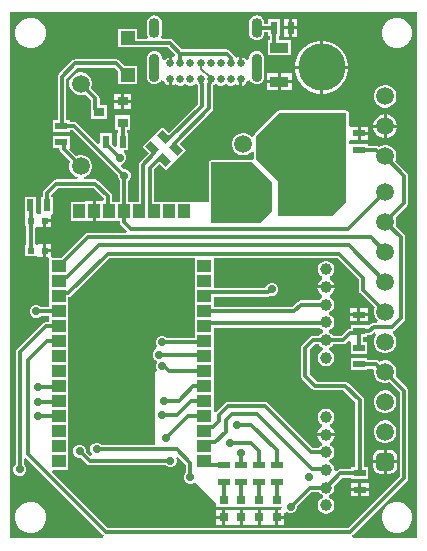
<source format=gbr>
%TF.GenerationSoftware,Altium Limited,Altium Designer,26.2.0 (7)*%
G04 Layer_Physical_Order=1*
G04 Layer_Color=255*
%FSLAX45Y45*%
%MOMM*%
%TF.SameCoordinates,0EF2FD25-9F0B-49EC-8662-A35640DF5B91*%
%TF.FilePolarity,Positive*%
%TF.FileFunction,Copper,L1,Top,Signal*%
%TF.Part,Single*%
G01*
G75*
%TA.AperFunction,SMDPad,CuDef*%
%ADD10R,1.00000X0.60000*%
%TA.AperFunction,ConnectorPad*%
%ADD11R,1.20000X1.00000*%
%TA.AperFunction,SMDPad,CuDef*%
%ADD12R,0.80000X0.80000*%
%ADD13R,0.60000X1.00000*%
%ADD14R,1.60000X0.90000*%
%ADD15R,0.90000X0.80000*%
%TA.AperFunction,ConnectorPad*%
%ADD16R,1.00000X1.20000*%
%TA.AperFunction,SMDPad,CuDef*%
%ADD17R,3.80000X3.80000*%
%ADD18R,0.60000X0.55000*%
G04:AMPARAMS|DCode=19|XSize=0.6mm|YSize=1mm|CornerRadius=0mm|HoleSize=0mm|Usage=FLASHONLY|Rotation=225.000|XOffset=0mm|YOffset=0mm|HoleType=Round|Shape=Rectangle|*
%AMROTATEDRECTD19*
4,1,4,-0.14142,0.56569,0.56569,-0.14142,0.14142,-0.56569,-0.56569,0.14142,-0.14142,0.56569,0.0*
%
%ADD19ROTATEDRECTD19*%

%ADD20R,1.22000X1.15000*%
%TA.AperFunction,Conductor*%
%ADD21C,0.30000*%
%ADD22C,0.20000*%
%TA.AperFunction,ComponentPad*%
%ADD23C,1.50000*%
%ADD24C,4.00000*%
%ADD25R,4.00000X4.00000*%
%ADD26C,2.00000*%
%ADD27R,1.50000X1.50000*%
%ADD28C,1.00000*%
G04:AMPARAMS|DCode=29|XSize=1.52mm|YSize=1.52mm|CornerRadius=0.38mm|HoleSize=0mm|Usage=FLASHONLY|Rotation=90.000|XOffset=0mm|YOffset=0mm|HoleType=Round|Shape=RoundedRectangle|*
%AMROUNDEDRECTD29*
21,1,1.52000,0.76000,0,0,90.0*
21,1,0.76000,1.52000,0,0,90.0*
1,1,0.76000,0.38000,0.38000*
1,1,0.76000,0.38000,-0.38000*
1,1,0.76000,-0.38000,-0.38000*
1,1,0.76000,-0.38000,0.38000*
%
%ADD29ROUNDEDRECTD29*%
%ADD30C,0.65000*%
%ADD31C,1.52000*%
G04:AMPARAMS|DCode=32|XSize=0.9mm|YSize=2.4mm|CornerRadius=0.45mm|HoleSize=0mm|Usage=FLASHONLY|Rotation=180.000|XOffset=0mm|YOffset=0mm|HoleType=Round|Shape=RoundedRectangle|*
%AMROUNDEDRECTD32*
21,1,0.90000,1.50000,0,0,180.0*
21,1,0.00000,2.40000,0,0,180.0*
1,1,0.90000,0.00000,0.75000*
1,1,0.90000,0.00000,0.75000*
1,1,0.90000,0.00000,-0.75000*
1,1,0.90000,0.00000,-0.75000*
%
%ADD32ROUNDEDRECTD32*%
G04:AMPARAMS|DCode=33|XSize=0.9mm|YSize=1.7mm|CornerRadius=0.45mm|HoleSize=0mm|Usage=FLASHONLY|Rotation=180.000|XOffset=0mm|YOffset=0mm|HoleType=Round|Shape=RoundedRectangle|*
%AMROUNDEDRECTD33*
21,1,0.90000,0.80000,0,0,180.0*
21,1,0.00000,1.70000,0,0,180.0*
1,1,0.90000,0.00000,0.40000*
1,1,0.90000,0.00000,0.40000*
1,1,0.90000,0.00000,-0.40000*
1,1,0.90000,0.00000,-0.40000*
%
%ADD33ROUNDEDRECTD33*%
%TA.AperFunction,ViaPad*%
%ADD34C,0.70000*%
G36*
X13176604Y7053396D02*
X12631750D01*
X12625683Y7073396D01*
X12627734Y7074766D01*
X13087733Y7534766D01*
X13095470Y7546344D01*
X13098186Y7560000D01*
Y8299500D01*
X13095470Y8313156D01*
X13087733Y8324733D01*
X12991249Y8421218D01*
X12991959Y8422445D01*
X12998500Y8446861D01*
Y8472138D01*
X12991959Y8496554D01*
X12979318Y8518445D01*
X12961446Y8536319D01*
X12939555Y8548957D01*
X12915138Y8555500D01*
X12889861D01*
X12865445Y8548957D01*
X12854346Y8542548D01*
X12849159Y8547733D01*
X12837582Y8555469D01*
X12823926Y8558186D01*
X12750000D01*
Y8572500D01*
X12610000D01*
Y8472500D01*
X12750000D01*
Y8486814D01*
X12789727D01*
X12806500Y8472138D01*
Y8446861D01*
X12813042Y8422445D01*
X12825681Y8400554D01*
X12843555Y8382681D01*
X12865445Y8370042D01*
X12889861Y8363500D01*
X12915138D01*
X12939555Y8370042D01*
X12940782Y8370751D01*
X13026814Y8284718D01*
Y7574781D01*
X12587719Y7135686D01*
X10557282D01*
X10081345Y7611623D01*
X10088998Y7630101D01*
X10218500D01*
Y7757101D01*
Y7884101D01*
Y8011101D01*
Y8138101D01*
Y8265101D01*
Y8392101D01*
Y8519101D01*
Y8646101D01*
Y8773101D01*
Y8900101D01*
Y9027101D01*
Y9092684D01*
X10220870D01*
X10234526Y9095401D01*
X10246103Y9103136D01*
X10567281Y9424314D01*
X11273831D01*
X11292500Y9421100D01*
Y9281101D01*
Y9154101D01*
Y9027101D01*
Y8900101D01*
Y8745686D01*
X11057096D01*
X11046155Y8756627D01*
X11025940Y8765000D01*
X11004060D01*
X10983845Y8756627D01*
X10968374Y8741155D01*
X10960000Y8720940D01*
Y8699060D01*
X10968374Y8678845D01*
X10970722Y8676497D01*
X10966003Y8652932D01*
X10958071Y8649646D01*
X10942599Y8634175D01*
X10934226Y8613960D01*
Y8592080D01*
X10942599Y8571865D01*
X10958071Y8556393D01*
X10959666Y8555732D01*
X10970873Y8538655D01*
X10968199Y8532198D01*
X10962500Y8518440D01*
Y8496560D01*
X10970873Y8476345D01*
X10952500Y8457972D01*
Y8415500D01*
Y7905000D01*
Y7840686D01*
X10504596D01*
X10493655Y7851626D01*
X10473440Y7860000D01*
X10451560D01*
X10431345Y7851626D01*
X10415874Y7836155D01*
X10407500Y7815940D01*
Y7794060D01*
X10415874Y7773845D01*
X10417235Y7772484D01*
X10416850Y7759345D01*
X10411351Y7750083D01*
X10405277Y7750191D01*
X10372500Y7782967D01*
Y7798440D01*
X10364127Y7818655D01*
X10348655Y7834127D01*
X10328440Y7842500D01*
X10306560D01*
X10286345Y7834127D01*
X10270874Y7818655D01*
X10262500Y7798440D01*
Y7776560D01*
X10270874Y7756345D01*
X10286345Y7740874D01*
X10306560Y7732500D01*
X10322033D01*
X10374766Y7679766D01*
X10386344Y7672031D01*
X10400000Y7669314D01*
X11042904D01*
X11053845Y7658374D01*
X11074060Y7650000D01*
X11095940D01*
X11116155Y7658374D01*
X11131626Y7673845D01*
X11140000Y7694060D01*
Y7715940D01*
X11134478Y7729270D01*
X11151433Y7740599D01*
X11219314Y7672718D01*
Y7607096D01*
X11208374Y7596155D01*
X11200000Y7575940D01*
Y7554060D01*
X11208374Y7533845D01*
X11223845Y7518374D01*
X11244060Y7510000D01*
X11265940D01*
X11286155Y7518374D01*
X11293891Y7526109D01*
X11475000Y7345000D01*
Y7317500D01*
X12031522D01*
X12033236Y7311756D01*
X12017993Y7292900D01*
X11997700D01*
Y7240200D01*
X12050400D01*
Y7261034D01*
X12070400Y7269319D01*
X12071345Y7268374D01*
X12091560Y7260000D01*
X12113440D01*
X12133655Y7268374D01*
X12149127Y7283845D01*
X12157500Y7304060D01*
Y7319533D01*
X12279782Y7441814D01*
X12342275D01*
X12346486Y7434519D01*
X12359519Y7421486D01*
X12374104Y7413066D01*
X12375481Y7405601D01*
Y7399399D01*
X12374104Y7391934D01*
X12359519Y7383514D01*
X12346486Y7370481D01*
X12337271Y7354519D01*
X12332500Y7336716D01*
Y7318284D01*
X12337271Y7300481D01*
X12346486Y7284519D01*
X12359519Y7271486D01*
X12375481Y7262270D01*
X12393285Y7257500D01*
X12411716D01*
X12429519Y7262270D01*
X12445481Y7271486D01*
X12458514Y7284519D01*
X12467730Y7300481D01*
X12472500Y7318284D01*
Y7336716D01*
X12467730Y7354519D01*
X12458514Y7370481D01*
X12445481Y7383514D01*
X12430897Y7391934D01*
X12429519Y7399399D01*
Y7405601D01*
X12430897Y7413066D01*
X12445481Y7421486D01*
X12458514Y7434519D01*
X12467730Y7450481D01*
X12472500Y7468285D01*
Y7486716D01*
X12470320Y7494852D01*
X12539782Y7564314D01*
X12617500D01*
Y7550000D01*
X12757500D01*
Y7650000D01*
X12723186D01*
Y8217500D01*
X12720469Y8231157D01*
X12712734Y8242734D01*
X12590234Y8365234D01*
X12578656Y8372969D01*
X12565000Y8375686D01*
X12327281D01*
X12263186Y8439781D01*
Y8647719D01*
X12307282Y8691815D01*
X12342275D01*
X12346486Y8684520D01*
X12359519Y8671487D01*
X12374104Y8663066D01*
X12375481Y8655601D01*
Y8649400D01*
X12374104Y8641934D01*
X12359519Y8633514D01*
X12346486Y8620481D01*
X12337271Y8604519D01*
X12332500Y8586716D01*
Y8568285D01*
X12337271Y8550481D01*
X12346486Y8534519D01*
X12359519Y8521486D01*
X12375481Y8512271D01*
X12393285Y8507500D01*
X12411716D01*
X12429519Y8512271D01*
X12445481Y8521486D01*
X12458514Y8534519D01*
X12467730Y8550481D01*
X12472500Y8568285D01*
Y8586716D01*
X12467730Y8604519D01*
X12458514Y8620481D01*
X12445481Y8633514D01*
X12430897Y8641934D01*
X12429519Y8649400D01*
Y8655601D01*
X12430897Y8663066D01*
X12445481Y8671487D01*
X12458514Y8684520D01*
X12462726Y8691815D01*
X12547499D01*
X12547500Y8691814D01*
X12561156Y8694531D01*
X12572734Y8702267D01*
X12594973Y8724506D01*
X12610000Y8711249D01*
Y8612500D01*
X12750000D01*
Y8712500D01*
X12715686D01*
Y8752500D01*
X12750000D01*
Y8766814D01*
X12770000D01*
X12783656Y8769531D01*
X12795234Y8777266D01*
X12811913Y8793946D01*
X12817738Y8792787D01*
X12825203Y8773670D01*
X12824837Y8770983D01*
X12813042Y8750554D01*
X12806500Y8726138D01*
Y8700861D01*
X12813042Y8676445D01*
X12825681Y8654554D01*
X12843555Y8636681D01*
X12865445Y8624042D01*
X12889861Y8617500D01*
X12915138D01*
X12939555Y8624042D01*
X12961446Y8636681D01*
X12979318Y8654554D01*
X12991959Y8676445D01*
X12998500Y8700861D01*
Y8726138D01*
X12991959Y8750554D01*
X12979318Y8772445D01*
X12966956Y8784809D01*
X12971227Y8804491D01*
X12972475Y8806298D01*
X12976157Y8807031D01*
X12987733Y8814766D01*
X13060234Y8887266D01*
X13067969Y8898844D01*
X13070686Y8912500D01*
Y9597000D01*
X13067969Y9610656D01*
X13060234Y9622234D01*
X12991249Y9691218D01*
X12991959Y9692446D01*
X12998500Y9716862D01*
Y9742139D01*
X12991959Y9766555D01*
X12991249Y9767782D01*
X13090234Y9866767D01*
X13097969Y9878344D01*
X13100687Y9892000D01*
Y10121000D01*
X13097969Y10134656D01*
X13090234Y10146234D01*
X12990517Y10245951D01*
X12991026Y10246832D01*
X12997501Y10270993D01*
Y10296007D01*
X12991026Y10320169D01*
X12978519Y10341831D01*
X12960831Y10359519D01*
X12939168Y10372026D01*
X12915007Y10378500D01*
X12889993D01*
X12865833Y10372026D01*
X12849963Y10362864D01*
X12838582Y10370469D01*
X12824927Y10373186D01*
X12755000D01*
Y10387500D01*
X12615392D01*
X12615000Y10387500D01*
X12595392Y10388445D01*
Y10408118D01*
X12609600Y10422100D01*
X12615392Y10422100D01*
X12672300D01*
Y10477500D01*
Y10532900D01*
X12615392D01*
X12609600Y10532900D01*
X12595392Y10546882D01*
Y10652500D01*
X12593840Y10660304D01*
X12589419Y10666919D01*
X12582804Y10671340D01*
X12575000Y10672892D01*
X12005001D01*
X12005000Y10672892D01*
X11997196Y10671340D01*
X11990581Y10666919D01*
X11990580Y10666918D01*
X11806161Y10482500D01*
X11805000D01*
Y10481339D01*
X11798081Y10474419D01*
X11793660Y10467804D01*
X11792108Y10460000D01*
Y10456776D01*
X11788383Y10454242D01*
X11772108Y10449742D01*
X11758331Y10463519D01*
X11736668Y10476026D01*
X11712507Y10482500D01*
X11687493D01*
X11663332Y10476026D01*
X11641669Y10463519D01*
X11623981Y10445831D01*
X11611474Y10424168D01*
X11605000Y10400007D01*
Y10374993D01*
X11611474Y10350831D01*
X11623981Y10329169D01*
X11641669Y10311481D01*
X11663332Y10298974D01*
X11687493Y10292500D01*
X11712507D01*
X11736668Y10298974D01*
X11758331Y10311481D01*
X11772108Y10325258D01*
X11788383Y10320758D01*
X11792108Y10318224D01*
Y10267506D01*
X11789244Y10263583D01*
X11775499Y10253545D01*
X11772638Y10252864D01*
X11772500Y10252892D01*
X11432500D01*
X11424696Y10251340D01*
X11418081Y10246919D01*
X11413660Y10240304D01*
X11412108Y10232500D01*
Y9897500D01*
X10948185D01*
Y10174042D01*
X10992219Y10218076D01*
X11044645Y10165650D01*
X11115355Y10236360D01*
X11214350Y10335355D01*
X11161925Y10387781D01*
X11437734Y10663590D01*
X11445469Y10675167D01*
X11448186Y10688823D01*
Y10887453D01*
X11448486Y10887903D01*
X11454739Y10890493D01*
X11467500Y10903254D01*
X11480262Y10890493D01*
X11499557Y10882500D01*
X11520443D01*
X11539739Y10890493D01*
X11552500Y10903254D01*
X11565261Y10890493D01*
X11584557Y10882500D01*
X11605443D01*
X11624739Y10890493D01*
X11633682Y10899435D01*
X11647203Y10885915D01*
X11667300Y10877590D01*
Y10934999D01*
X11692700D01*
Y10877590D01*
X11712798Y10885915D01*
X11729086Y10902202D01*
X11737598Y10922752D01*
X11740451Y10923804D01*
X11757900Y10925999D01*
X11758223Y10925220D01*
X11768642Y10911642D01*
X11782220Y10901223D01*
X11798032Y10894673D01*
X11815000Y10892439D01*
X11831969Y10894673D01*
X11847781Y10901223D01*
X11861359Y10911642D01*
X11871777Y10925220D01*
X11878327Y10941031D01*
X11880561Y10958000D01*
Y11108000D01*
X11878327Y11124969D01*
X11871777Y11140780D01*
X11861359Y11154358D01*
X11847781Y11164777D01*
X11831969Y11171327D01*
X11815000Y11173561D01*
X11798032Y11171327D01*
X11782220Y11164777D01*
X11768642Y11154358D01*
X11758223Y11140780D01*
X11751673Y11124969D01*
X11749440Y11108000D01*
Y11105921D01*
X11729440Y11101943D01*
X11729086Y11102798D01*
X11712798Y11119085D01*
X11692700Y11127410D01*
Y11069999D01*
X11667300D01*
Y11127410D01*
X11650499Y11120451D01*
X11648538Y11120406D01*
X11637711Y11124250D01*
X11628885Y11129052D01*
X11627969Y11133656D01*
X11620234Y11145233D01*
X11586045Y11179422D01*
X11574468Y11187158D01*
X11560811Y11189874D01*
X11184782D01*
X11106923Y11267734D01*
X11095346Y11275469D01*
X11081689Y11278186D01*
X11016614D01*
X11006751Y11298186D01*
X11006777Y11298220D01*
X11013327Y11314032D01*
X11015561Y11331000D01*
Y11411000D01*
X11013327Y11427969D01*
X11006777Y11443781D01*
X10996358Y11457358D01*
X10982781Y11467777D01*
X10966969Y11474327D01*
X10950000Y11476561D01*
X10933032Y11474327D01*
X10917220Y11467777D01*
X10903642Y11457358D01*
X10893223Y11443781D01*
X10886673Y11427969D01*
X10884439Y11411000D01*
Y11331000D01*
X10886673Y11314032D01*
X10893223Y11298220D01*
X10893249Y11298186D01*
X10883386Y11278186D01*
X10803500D01*
Y11362500D01*
X10641500D01*
Y11207500D01*
X10761553D01*
X10765000Y11206814D01*
X11066908D01*
X11125856Y11147866D01*
X11126631Y11135420D01*
X11126370Y11134603D01*
X11104432Y11124622D01*
X11097700Y11127410D01*
Y11069999D01*
X11072300D01*
Y11127410D01*
X11052202Y11119085D01*
X11035915Y11102798D01*
X11035561Y11101943D01*
X11015561Y11105921D01*
Y11108000D01*
X11013327Y11124969D01*
X11006777Y11140780D01*
X10996358Y11154358D01*
X10982781Y11164777D01*
X10966969Y11171327D01*
X10950000Y11173561D01*
X10933032Y11171327D01*
X10917220Y11164777D01*
X10903642Y11154358D01*
X10893223Y11140780D01*
X10886673Y11124969D01*
X10884439Y11108000D01*
Y10958000D01*
X10886673Y10941031D01*
X10893223Y10925220D01*
X10903642Y10911642D01*
X10917220Y10901223D01*
X10933032Y10894673D01*
X10950000Y10892439D01*
X10966969Y10894673D01*
X10982781Y10901223D01*
X10996358Y10911642D01*
X11006777Y10925220D01*
X11007100Y10925999D01*
X11024549Y10923804D01*
X11027403Y10922752D01*
X11035915Y10902202D01*
X11052202Y10885915D01*
X11072300Y10877590D01*
Y10934999D01*
X11097700D01*
Y10877590D01*
X11117798Y10885915D01*
X11131319Y10899435D01*
X11140261Y10890493D01*
X11159557Y10882500D01*
X11180443D01*
X11199739Y10890493D01*
X11212500Y10903254D01*
X11225261Y10890493D01*
X11244557Y10882500D01*
X11265443D01*
X11284739Y10890493D01*
X11297500Y10903254D01*
X11310261Y10890493D01*
X11316515Y10887903D01*
X11316815Y10887453D01*
Y10728458D01*
X11070281Y10481924D01*
X11017856Y10534350D01*
X10947145Y10463640D01*
X10848150Y10364645D01*
X10900576Y10312219D01*
X10827266Y10238910D01*
X10819531Y10227332D01*
X10816814Y10213676D01*
Y9897500D01*
X10728186D01*
Y10077904D01*
X10739127Y10088845D01*
X10747500Y10109060D01*
Y10130940D01*
X10739127Y10151155D01*
X10723655Y10166627D01*
X10703440Y10175000D01*
X10687967D01*
X10663946Y10199022D01*
X10671464Y10219788D01*
X10686155Y10225873D01*
X10701627Y10241345D01*
X10710000Y10261559D01*
Y10283439D01*
X10701627Y10303654D01*
X10687781Y10317500D01*
X10688646Y10325026D01*
X10693912Y10337500D01*
X10730000D01*
Y10477500D01*
X10715686D01*
Y10510000D01*
X10745000D01*
Y10630000D01*
X10615000D01*
Y10510000D01*
X10644314D01*
Y10477500D01*
X10630000D01*
Y10374098D01*
X10611522Y10366444D01*
X10590000Y10387967D01*
Y10477500D01*
X10490000D01*
Y10399099D01*
X10471522Y10391445D01*
X10295234Y10567734D01*
X10283656Y10575469D01*
X10270000Y10578186D01*
X10232500D01*
Y10592500D01*
X10200686D01*
Y10940218D01*
X10294782Y11034314D01*
X10612718D01*
X10641500Y11005533D01*
Y10897500D01*
X10803500D01*
Y11052500D01*
X10695467D01*
X10652734Y11095234D01*
X10641156Y11102969D01*
X10627500Y11105686D01*
X10280000D01*
X10266344Y11102969D01*
X10254767Y11095234D01*
X10139766Y10980234D01*
X10132031Y10968656D01*
X10129314Y10955000D01*
Y10592500D01*
X10092500D01*
Y10492500D01*
X10232500D01*
Y10506814D01*
X10255219D01*
X10637500Y10124533D01*
Y10109060D01*
X10645874Y10088845D01*
X10656814Y10077904D01*
Y9897500D01*
X10590759D01*
Y9947426D01*
X10588043Y9961083D01*
X10580307Y9972660D01*
X10475234Y10077734D01*
X10463656Y10085469D01*
X10450000Y10088186D01*
X10352029D01*
X10349396Y10108186D01*
X10361669Y10111474D01*
X10383331Y10123981D01*
X10401019Y10141669D01*
X10413526Y10163331D01*
X10420000Y10187493D01*
Y10212507D01*
X10413526Y10236668D01*
X10401019Y10258331D01*
X10383331Y10276019D01*
X10361669Y10288526D01*
X10337507Y10295000D01*
X10312493D01*
X10288332Y10288526D01*
X10287451Y10288017D01*
X10229708Y10345759D01*
X10232500Y10352500D01*
X10232500D01*
Y10452500D01*
X10092500D01*
Y10352500D01*
X10144241D01*
Y10345074D01*
X10146957Y10331417D01*
X10154693Y10319840D01*
X10236983Y10237550D01*
X10236475Y10236668D01*
X10230000Y10212507D01*
Y10187493D01*
X10236475Y10163331D01*
X10248982Y10141669D01*
X10266669Y10123981D01*
X10288332Y10111474D01*
X10300604Y10108186D01*
X10297971Y10088186D01*
X10120000D01*
X10106344Y10085469D01*
X10094766Y10077734D01*
X10014767Y9997734D01*
X10007031Y9986157D01*
X10004315Y9972500D01*
Y9937500D01*
X9990000D01*
X9990000Y9797500D01*
X9971906Y9792900D01*
X9968094D01*
X9963209Y9794142D01*
X9950000Y9805936D01*
Y9937500D01*
X9850000D01*
Y9807086D01*
X9850000Y9797501D01*
X9849999D01*
X9851000Y9787499D01*
X9851000D01*
Y9692500D01*
X9865314D01*
Y9532500D01*
X9851000D01*
Y9437500D01*
X9946837Y9437500D01*
X9964600Y9432100D01*
X9968763Y9432100D01*
X10007300D01*
Y9485000D01*
Y9537900D01*
X9968763D01*
X9964600Y9537900D01*
X9956686Y9535494D01*
X9936686Y9548074D01*
Y9676926D01*
X9956686Y9689506D01*
X9964600Y9687100D01*
X9968763Y9687100D01*
X10007301D01*
Y9740000D01*
X10020001D01*
Y9752700D01*
X10075400D01*
X10075400Y9784464D01*
X10090000Y9797500D01*
X10090000Y9805936D01*
Y9937500D01*
X10075686D01*
Y9957719D01*
X10134782Y10016814D01*
X10435218D01*
X10519388Y9932645D01*
Y9920420D01*
X10513399Y9902900D01*
X10450700D01*
Y9817500D01*
Y9732100D01*
X10513400D01*
Y9737500D01*
X10654314D01*
Y9727500D01*
X10657031Y9713844D01*
X10664766Y9702267D01*
X10713847Y9653186D01*
X10705563Y9633186D01*
X10384899D01*
X10371243Y9630469D01*
X10359666Y9622734D01*
X10158266Y9421334D01*
X10158110Y9421100D01*
X10090844D01*
X10075400Y9432101D01*
X10075400Y9441100D01*
Y9472300D01*
X10032700D01*
Y9432100D01*
X10043056D01*
X10058500Y9421100D01*
X10058500Y9412100D01*
Y9281101D01*
Y9154101D01*
Y9005686D01*
X9989596D01*
X9978655Y9016627D01*
X9958440Y9025000D01*
X9936560D01*
X9916345Y9016627D01*
X9900874Y9001155D01*
X9892500Y8980940D01*
Y8959060D01*
X9900874Y8938845D01*
X9916345Y8923374D01*
X9936560Y8915000D01*
X9958440D01*
X9978655Y8923374D01*
X9989596Y8934314D01*
X10058500D01*
Y8878786D01*
X10028101D01*
X10014444Y8876070D01*
X10002867Y8868334D01*
X9784766Y8650233D01*
X9777031Y8638656D01*
X9774314Y8625000D01*
Y7674596D01*
X9763373Y7663655D01*
X9755000Y7643440D01*
Y7621560D01*
X9763373Y7601345D01*
X9778845Y7585874D01*
X9799060Y7577500D01*
X9820940D01*
X9841155Y7585874D01*
X9856626Y7601345D01*
X9865000Y7621560D01*
Y7643440D01*
X9856626Y7663655D01*
X9845686Y7674596D01*
Y7718063D01*
X9865686Y7726348D01*
X10517267Y7074766D01*
X10519317Y7073396D01*
X10513250Y7053396D01*
X9728396D01*
Y11501604D01*
X13176604D01*
Y7053396D01*
D02*
G37*
G36*
X12575000Y9900000D02*
X12455000Y9780000D01*
X11997500Y9780000D01*
Y10072500D01*
X11812500Y10257500D01*
X11812500Y10460000D01*
X12005000Y10652500D01*
X12575000D01*
Y9900000D01*
D02*
G37*
G36*
X11942500Y10062500D02*
Y9817500D01*
X11847500Y9722500D01*
X11432500D01*
Y10232500D01*
X11772500D01*
X11942500Y10062500D01*
D02*
G37*
G36*
X12681814Y9242719D02*
Y9152500D01*
X12684531Y9138843D01*
X12692266Y9127266D01*
X12813751Y9005782D01*
X12813042Y9004554D01*
X12806500Y8980138D01*
Y8954861D01*
X12813042Y8930445D01*
X12825681Y8908554D01*
X12838550Y8895686D01*
X12831471Y8875686D01*
X12807500D01*
X12793844Y8872969D01*
X12782267Y8865234D01*
X12769863Y8852830D01*
X12750000Y8852500D01*
Y8852500D01*
X12610000D01*
Y8825116D01*
X12609430D01*
X12595774Y8822399D01*
X12584197Y8814664D01*
X12532719Y8763186D01*
X12462726D01*
X12458514Y8770481D01*
X12445481Y8783514D01*
X12430897Y8791934D01*
X12429519Y8799402D01*
Y8805599D01*
X12430897Y8813066D01*
X12445481Y8821487D01*
X12458514Y8834520D01*
X12467730Y8850481D01*
X12472500Y8868285D01*
Y8886716D01*
X12467730Y8904519D01*
X12458514Y8920481D01*
X12445481Y8933514D01*
X12430897Y8941935D01*
X12429519Y8949400D01*
Y8955601D01*
X12430897Y8963066D01*
X12445481Y8971487D01*
X12458514Y8984520D01*
X12467730Y9000482D01*
X12472500Y9018285D01*
Y9036716D01*
X12467730Y9054520D01*
X12458514Y9070481D01*
X12445481Y9083514D01*
X12437239Y9088273D01*
X12435944Y9092632D01*
X12437039Y9110377D01*
X12448797Y9117165D01*
X12462835Y9131204D01*
X12472762Y9148397D01*
X12477157Y9164801D01*
X12402500D01*
X12327843D01*
X12332238Y9148397D01*
X12342165Y9131204D01*
X12356204Y9117165D01*
X12367961Y9110377D01*
X12369056Y9092632D01*
X12367761Y9088273D01*
X12359519Y9083514D01*
X12346486Y9070481D01*
X12342275Y9063186D01*
X12190001D01*
X12176344Y9060470D01*
X12164767Y9052734D01*
X12117819Y9005786D01*
X11452500D01*
Y9096415D01*
X11908776D01*
X11922433Y9099131D01*
X11929995Y9104184D01*
X11934060Y9102500D01*
X11955940D01*
X11976155Y9110874D01*
X11991627Y9126345D01*
X12000000Y9146560D01*
Y9168440D01*
X11991627Y9188655D01*
X11976155Y9204127D01*
X11955940Y9212500D01*
X11934060D01*
X11913845Y9204127D01*
X11898373Y9188655D01*
X11890000Y9168440D01*
Y9167786D01*
X11452500D01*
Y9281101D01*
Y9421100D01*
X11471168Y9424314D01*
X12500219D01*
X12681814Y9242719D01*
D02*
G37*
G36*
X12359519Y8821487D02*
X12374104Y8813066D01*
X12375481Y8805599D01*
Y8799402D01*
X12374104Y8791934D01*
X12359519Y8783514D01*
X12346486Y8770481D01*
X12342275Y8763186D01*
X12292500D01*
X12278844Y8760470D01*
X12267267Y8752734D01*
X12202266Y8687734D01*
X12194531Y8676156D01*
X12191814Y8662500D01*
Y8425000D01*
X12194531Y8411344D01*
X12202266Y8399766D01*
X12287266Y8314766D01*
X12298844Y8307031D01*
X12312500Y8304314D01*
X12550218D01*
X12651814Y8202719D01*
Y7650000D01*
X12617500D01*
Y7635686D01*
X12525000D01*
X12511344Y7632969D01*
X12499766Y7625234D01*
X12492276Y7617743D01*
X12472500Y7626252D01*
Y7636716D01*
X12467730Y7654519D01*
X12458514Y7670481D01*
X12445481Y7683514D01*
X12430897Y7691934D01*
X12429519Y7699399D01*
Y7705601D01*
X12430897Y7713066D01*
X12445481Y7721486D01*
X12458514Y7734519D01*
X12467730Y7750481D01*
X12472500Y7768285D01*
Y7786716D01*
X12467730Y7804519D01*
X12458514Y7820481D01*
X12445481Y7833514D01*
X12437239Y7838273D01*
X12435944Y7842632D01*
X12437039Y7860377D01*
X12448797Y7867165D01*
X12462835Y7881204D01*
X12472762Y7898397D01*
X12477157Y7914801D01*
X12402500D01*
X12327843D01*
X12332238Y7898397D01*
X12342165Y7881204D01*
X12356204Y7867165D01*
X12367961Y7860377D01*
X12369056Y7842632D01*
X12367761Y7838273D01*
X12359519Y7833514D01*
X12346486Y7820481D01*
X12342275Y7813186D01*
X12292281D01*
X11910234Y8195234D01*
X11898656Y8202969D01*
X11885000Y8205686D01*
X11572500D01*
X11558844Y8202969D01*
X11547266Y8195234D01*
X11472500Y8120467D01*
X11461510Y8122591D01*
X11452500Y8127891D01*
Y8265101D01*
Y8392101D01*
Y8519101D01*
Y8646101D01*
Y8773101D01*
Y8834314D01*
X12346692D01*
X12359519Y8821487D01*
D02*
G37*
%LPC*%
G36*
X12160400Y11447900D02*
X12117700D01*
Y11385200D01*
X12160400D01*
Y11447900D01*
D02*
G37*
G36*
X12092300D02*
X12049600D01*
Y11385200D01*
X12092300D01*
Y11447900D01*
D02*
G37*
G36*
X12160400Y11359800D02*
X12117700D01*
Y11297100D01*
X12160400D01*
Y11359800D01*
D02*
G37*
G36*
X12092300D02*
X12049600D01*
Y11297100D01*
X12092300D01*
Y11359800D01*
D02*
G37*
G36*
X13019615Y11457500D02*
X12985385D01*
X12952322Y11448641D01*
X12922678Y11431526D01*
X12898474Y11407322D01*
X12881358Y11377678D01*
X12872501Y11344615D01*
Y11310385D01*
X12881358Y11277322D01*
X12898474Y11247678D01*
X12922678Y11223474D01*
X12952322Y11206359D01*
X12985385Y11197500D01*
X13019615D01*
X13052678Y11206359D01*
X13082323Y11223474D01*
X13106525Y11247678D01*
X13123640Y11277322D01*
X13132500Y11310385D01*
Y11344615D01*
X13123640Y11377678D01*
X13106525Y11407322D01*
X13082323Y11431526D01*
X13052678Y11448641D01*
X13019615Y11457500D01*
D02*
G37*
G36*
X9919615D02*
X9885385D01*
X9852322Y11448641D01*
X9822678Y11431526D01*
X9798474Y11407322D01*
X9781359Y11377678D01*
X9772500Y11344615D01*
Y11310385D01*
X9781359Y11277322D01*
X9798474Y11247678D01*
X9822678Y11223474D01*
X9852322Y11206359D01*
X9885385Y11197500D01*
X9919615D01*
X9952678Y11206359D01*
X9982322Y11223474D01*
X10006526Y11247678D01*
X10023641Y11277322D01*
X10032500Y11310385D01*
Y11344615D01*
X10023641Y11377678D01*
X10006526Y11407322D01*
X9982322Y11431526D01*
X9952678Y11448641D01*
X9919615Y11457500D01*
D02*
G37*
G36*
X11815000Y11476561D02*
X11798032Y11474327D01*
X11782220Y11467777D01*
X11768642Y11457358D01*
X11758223Y11443781D01*
X11751673Y11427969D01*
X11749440Y11411000D01*
Y11331000D01*
X11751673Y11314032D01*
X11758223Y11298220D01*
X11768642Y11284642D01*
X11782220Y11274223D01*
X11798032Y11267673D01*
X11815000Y11265439D01*
X11831969Y11267673D01*
X11847781Y11274223D01*
X11861359Y11284642D01*
X11871777Y11298220D01*
X11878327Y11314032D01*
X11880561Y11331000D01*
Y11335314D01*
X11915000D01*
Y11302500D01*
X11929314D01*
Y11269999D01*
X11907500D01*
Y11140000D01*
X12107500D01*
Y11269999D01*
X12000686D01*
Y11302500D01*
X12015000D01*
Y11442500D01*
X11915000D01*
Y11406686D01*
X11880561D01*
Y11411000D01*
X11878327Y11427969D01*
X11871777Y11443781D01*
X11861359Y11457358D01*
X11847781Y11467777D01*
X11831969Y11474327D01*
X11815000Y11476561D01*
D02*
G37*
G36*
X12387200Y11262900D02*
X12377700D01*
Y11050199D01*
X12590400D01*
Y11059700D01*
X12581738Y11103247D01*
X12564747Y11144267D01*
X12540080Y11181184D01*
X12508684Y11212580D01*
X12471767Y11237247D01*
X12430747Y11254238D01*
X12387200Y11262900D01*
D02*
G37*
G36*
X12352300D02*
X12342800D01*
X12299253Y11254238D01*
X12258233Y11237247D01*
X12221316Y11212580D01*
X12189920Y11181184D01*
X12165253Y11144267D01*
X12148262Y11103247D01*
X12139600Y11059700D01*
Y11050199D01*
X12352300D01*
Y11262900D01*
D02*
G37*
G36*
X12112900Y10985400D02*
X12020200D01*
Y10927699D01*
X12112900D01*
Y10985400D01*
D02*
G37*
G36*
X11994800D02*
X11902100D01*
Y10927699D01*
X11994800D01*
Y10985400D01*
D02*
G37*
G36*
X12112900Y10902299D02*
X12020200D01*
Y10844600D01*
X12112900D01*
Y10902299D01*
D02*
G37*
G36*
X11994800D02*
X11902100D01*
Y10844600D01*
X11994800D01*
Y10902299D01*
D02*
G37*
G36*
X12590400Y11024799D02*
X12377700D01*
Y10812100D01*
X12387200D01*
X12430747Y10820762D01*
X12471767Y10837753D01*
X12508684Y10862420D01*
X12540080Y10893816D01*
X12564747Y10930733D01*
X12581738Y10971754D01*
X12590400Y11015300D01*
Y11024799D01*
D02*
G37*
G36*
X12352300D02*
X12139600D01*
Y11015300D01*
X12148262Y10971754D01*
X12165253Y10930733D01*
X12189920Y10893816D01*
X12221316Y10862420D01*
X12258233Y10837753D01*
X12299253Y10820762D01*
X12342800Y10812100D01*
X12352300D01*
Y11024799D01*
D02*
G37*
G36*
X10750400Y10815400D02*
X10692700D01*
Y10762699D01*
X10750400D01*
Y10815400D01*
D02*
G37*
G36*
X10667300D02*
X10609600D01*
Y10762699D01*
X10667300D01*
Y10815400D01*
D02*
G37*
G36*
X12915007Y10886500D02*
X12889993D01*
X12865833Y10880026D01*
X12844170Y10867519D01*
X12826482Y10849831D01*
X12813974Y10828169D01*
X12807500Y10804007D01*
Y10778993D01*
X12813974Y10754832D01*
X12826482Y10733169D01*
X12844170Y10715481D01*
X12865833Y10702975D01*
X12889993Y10696500D01*
X12915007D01*
X12939168Y10702975D01*
X12960831Y10715481D01*
X12978519Y10733169D01*
X12991026Y10754832D01*
X12997501Y10778993D01*
Y10804007D01*
X12991026Y10828169D01*
X12978519Y10849831D01*
X12960831Y10867519D01*
X12939168Y10880026D01*
X12915007Y10886500D01*
D02*
G37*
G36*
X10750400Y10737299D02*
X10692700D01*
Y10684600D01*
X10750400D01*
Y10737299D01*
D02*
G37*
G36*
X10667300D02*
X10609600D01*
Y10684600D01*
X10667300D01*
Y10737299D01*
D02*
G37*
G36*
X10337507Y10995000D02*
X10312493D01*
X10288332Y10988526D01*
X10266669Y10976019D01*
X10248982Y10958331D01*
X10236475Y10936668D01*
X10230000Y10912507D01*
Y10887493D01*
X10236475Y10863332D01*
X10248982Y10841669D01*
X10266669Y10823981D01*
X10288332Y10811474D01*
X10312493Y10805000D01*
X10337507D01*
X10361669Y10811474D01*
X10362550Y10811983D01*
X10414314Y10760219D01*
Y10685000D01*
X10415000Y10681551D01*
Y10600000D01*
X10545000D01*
Y10720000D01*
X10485685D01*
Y10775001D01*
X10482969Y10788657D01*
X10475233Y10800234D01*
X10413017Y10862450D01*
X10413526Y10863332D01*
X10420000Y10887493D01*
Y10912507D01*
X10413526Y10936668D01*
X10401019Y10958331D01*
X10383331Y10976019D01*
X10361669Y10988526D01*
X10337507Y10995000D01*
D02*
G37*
G36*
X12915718Y10637900D02*
X12915199D01*
Y10550200D01*
X13002901D01*
Y10550718D01*
X12996059Y10576253D01*
X12982840Y10599147D01*
X12964146Y10617840D01*
X12941254Y10631058D01*
X12915718Y10637900D01*
D02*
G37*
G36*
X12889799D02*
X12889282D01*
X12863747Y10631058D01*
X12840852Y10617840D01*
X12822160Y10599147D01*
X12808942Y10576253D01*
X12802100Y10550718D01*
Y10550200D01*
X12889799D01*
Y10637900D01*
D02*
G37*
G36*
X12697700Y10532900D02*
Y10490200D01*
X12760400D01*
Y10532900D01*
X12697700D01*
D02*
G37*
G36*
X13002901Y10524800D02*
X12915199D01*
Y10437100D01*
X12915718D01*
X12941254Y10443942D01*
X12964146Y10457160D01*
X12982840Y10475853D01*
X12996059Y10498747D01*
X13002901Y10524282D01*
Y10524800D01*
D02*
G37*
G36*
X12889799D02*
X12802100D01*
Y10524282D01*
X12808942Y10498747D01*
X12822160Y10475853D01*
X12840852Y10457160D01*
X12863747Y10443942D01*
X12889282Y10437100D01*
X12889799D01*
Y10524800D01*
D02*
G37*
G36*
X12760400Y10464800D02*
X12697700D01*
Y10422100D01*
X12760400D01*
Y10464800D01*
D02*
G37*
G36*
X10425300Y9902900D02*
X10362600D01*
Y9897500D01*
X10241000D01*
Y9737500D01*
X10362600D01*
Y9732100D01*
X10425300D01*
Y9817500D01*
Y9902900D01*
D02*
G37*
G36*
X10075400Y9727300D02*
X10032701D01*
Y9687100D01*
X10075400D01*
Y9727300D01*
D02*
G37*
G36*
X10032700Y9537900D02*
Y9497700D01*
X10075400D01*
Y9537900D01*
X10032700D01*
D02*
G37*
G36*
X12915138Y8301500D02*
X12889861D01*
X12865445Y8294957D01*
X12843555Y8282319D01*
X12825681Y8264445D01*
X12813042Y8242554D01*
X12806500Y8218138D01*
Y8192861D01*
X12813042Y8168445D01*
X12825681Y8146554D01*
X12843555Y8128681D01*
X12865445Y8116042D01*
X12889861Y8109500D01*
X12915138D01*
X12939555Y8116042D01*
X12961446Y8128681D01*
X12979318Y8146554D01*
X12991959Y8168445D01*
X12998500Y8192861D01*
Y8218138D01*
X12991959Y8242554D01*
X12979318Y8264445D01*
X12961446Y8282319D01*
X12939555Y8294957D01*
X12915138Y8301500D01*
D02*
G37*
G36*
Y8047500D02*
X12889861D01*
X12865445Y8040957D01*
X12843555Y8028319D01*
X12825681Y8010445D01*
X12813042Y7988554D01*
X12806500Y7964138D01*
Y7938861D01*
X12813042Y7914445D01*
X12825681Y7892554D01*
X12843555Y7874681D01*
X12865445Y7862042D01*
X12889861Y7855500D01*
X12915138D01*
X12939555Y7862042D01*
X12961446Y7874681D01*
X12979318Y7892554D01*
X12991959Y7914445D01*
X12998500Y7938861D01*
Y7964138D01*
X12991959Y7988554D01*
X12979318Y8010445D01*
X12961446Y8028319D01*
X12939555Y8040957D01*
X12915138Y8047500D01*
D02*
G37*
G36*
X12940500Y7800142D02*
X12915199D01*
Y7710199D01*
X13005142D01*
Y7735500D01*
X13000221Y7760237D01*
X12986209Y7781208D01*
X12965237Y7795221D01*
X12940500Y7800142D01*
D02*
G37*
G36*
X12889799D02*
X12864500D01*
X12839763Y7795221D01*
X12818791Y7781208D01*
X12804779Y7760237D01*
X12799858Y7735500D01*
Y7710199D01*
X12889799D01*
Y7800142D01*
D02*
G37*
G36*
X13005142Y7684799D02*
X12915199D01*
Y7594858D01*
X12940500D01*
X12965237Y7599778D01*
X12986209Y7613791D01*
X13000221Y7634762D01*
X13005142Y7659500D01*
Y7684799D01*
D02*
G37*
G36*
X12889799D02*
X12799858D01*
Y7659500D01*
X12804779Y7634762D01*
X12818791Y7613791D01*
X12839763Y7599778D01*
X12864500Y7594858D01*
X12889799D01*
Y7684799D01*
D02*
G37*
G36*
X12762900Y7515400D02*
X12700200D01*
Y7472700D01*
X12762900D01*
Y7515400D01*
D02*
G37*
G36*
X12674800D02*
X12612100D01*
Y7472700D01*
X12674800D01*
Y7515400D01*
D02*
G37*
G36*
X12762900Y7447300D02*
X12700200D01*
Y7404600D01*
X12762900D01*
Y7447300D01*
D02*
G37*
G36*
X12674800D02*
X12612100D01*
Y7404600D01*
X12674800D01*
Y7447300D01*
D02*
G37*
G36*
X11919600Y7292900D02*
X11900400D01*
X11899600Y7292900D01*
X11847700D01*
Y7227500D01*
Y7162100D01*
X11899600D01*
X11900400Y7162100D01*
X11919600D01*
X11920400Y7162100D01*
X11972300D01*
Y7227500D01*
Y7292900D01*
X11920400D01*
X11919600Y7292900D01*
D02*
G37*
G36*
X11769600D02*
X11750400D01*
X11749600Y7292900D01*
X11697700D01*
Y7227500D01*
Y7162100D01*
X11749600D01*
X11750400Y7162100D01*
X11769600D01*
X11770400Y7162100D01*
X11822300D01*
Y7227500D01*
Y7292900D01*
X11770400D01*
X11769600Y7292900D01*
D02*
G37*
G36*
X11522300Y7292900D02*
X11469600D01*
Y7240200D01*
X11522300D01*
Y7292900D01*
D02*
G37*
G36*
X12050400Y7214800D02*
X11997700D01*
Y7162100D01*
X12050400D01*
Y7214800D01*
D02*
G37*
G36*
X11619600Y7292900D02*
X11600400D01*
X11599600Y7292900D01*
X11547700D01*
Y7227500D01*
Y7162100D01*
X11599600D01*
X11600400Y7162100D01*
X11619600D01*
X11620400Y7162100D01*
X11672300D01*
Y7227500D01*
Y7292900D01*
X11620400D01*
X11619600Y7292900D01*
D02*
G37*
G36*
X11522300Y7214800D02*
X11469600D01*
Y7162100D01*
X11522300D01*
Y7214800D01*
D02*
G37*
G36*
X13019615Y7357500D02*
X12985385D01*
X12952322Y7348641D01*
X12922678Y7331526D01*
X12898474Y7307322D01*
X12881358Y7277678D01*
X12872501Y7244615D01*
Y7210385D01*
X12881358Y7177322D01*
X12898474Y7147678D01*
X12922678Y7123474D01*
X12952322Y7106359D01*
X12985385Y7097500D01*
X13019615D01*
X13052678Y7106359D01*
X13082323Y7123474D01*
X13106525Y7147678D01*
X13123640Y7177322D01*
X13132500Y7210385D01*
Y7244615D01*
X13123640Y7277678D01*
X13106525Y7307322D01*
X13082323Y7331526D01*
X13052678Y7348641D01*
X13019615Y7357500D01*
D02*
G37*
G36*
X9919615D02*
X9885385D01*
X9852322Y7348641D01*
X9822678Y7331526D01*
X9798474Y7307322D01*
X9781359Y7277678D01*
X9772500Y7244615D01*
Y7210385D01*
X9781359Y7177322D01*
X9798474Y7147678D01*
X9822678Y7123474D01*
X9852322Y7106359D01*
X9885385Y7097500D01*
X9919615D01*
X9952678Y7106359D01*
X9982322Y7123474D01*
X10006526Y7147678D01*
X10023641Y7177322D01*
X10032500Y7210385D01*
Y7244615D01*
X10023641Y7277678D01*
X10006526Y7307322D01*
X9982322Y7331526D01*
X9952678Y7348641D01*
X9919615Y7357500D01*
D02*
G37*
G36*
X12411716Y9397500D02*
X12393285D01*
X12375481Y9392730D01*
X12359519Y9383514D01*
X12346486Y9370481D01*
X12337271Y9354520D01*
X12332500Y9336716D01*
Y9318285D01*
X12337271Y9300482D01*
X12346486Y9284520D01*
X12359519Y9271487D01*
X12367761Y9266728D01*
X12369056Y9262369D01*
X12367961Y9244624D01*
X12356204Y9237836D01*
X12342165Y9223797D01*
X12332238Y9206604D01*
X12327844Y9190201D01*
X12402500D01*
X12477157D01*
X12472762Y9206604D01*
X12462835Y9223797D01*
X12448797Y9237836D01*
X12437039Y9244624D01*
X12435944Y9262369D01*
X12437239Y9266728D01*
X12445481Y9271487D01*
X12458514Y9284520D01*
X12467730Y9300482D01*
X12472500Y9318285D01*
Y9336716D01*
X12467730Y9354520D01*
X12458514Y9370481D01*
X12445481Y9383514D01*
X12429519Y9392730D01*
X12411716Y9397500D01*
D02*
G37*
G36*
X12755400Y8997900D02*
X12692700D01*
Y8955201D01*
X12755400D01*
Y8997900D01*
D02*
G37*
G36*
X12667300D02*
X12604600D01*
Y8955201D01*
X12667300D01*
Y8997900D01*
D02*
G37*
G36*
X12755400Y8929801D02*
X12692700D01*
Y8887100D01*
X12755400D01*
Y8929801D01*
D02*
G37*
G36*
X12667300D02*
X12604600D01*
Y8887100D01*
X12667300D01*
Y8929801D01*
D02*
G37*
G36*
X12411716Y8147500D02*
X12393285D01*
X12375481Y8142730D01*
X12359519Y8133514D01*
X12346486Y8120481D01*
X12337271Y8104519D01*
X12332500Y8086716D01*
Y8068285D01*
X12337271Y8050481D01*
X12346486Y8034519D01*
X12359519Y8021486D01*
X12367761Y8016728D01*
X12369056Y8012369D01*
X12367961Y7994624D01*
X12356204Y7987835D01*
X12342165Y7973797D01*
X12332238Y7956604D01*
X12327844Y7940201D01*
X12402500D01*
X12477157D01*
X12472762Y7956604D01*
X12462835Y7973797D01*
X12448797Y7987835D01*
X12437039Y7994624D01*
X12435944Y8012369D01*
X12437239Y8016728D01*
X12445481Y8021486D01*
X12458514Y8034519D01*
X12467730Y8050481D01*
X12472500Y8068285D01*
Y8086716D01*
X12467730Y8104519D01*
X12458514Y8120481D01*
X12445481Y8133514D01*
X12429519Y8142730D01*
X12411716Y8147500D01*
D02*
G37*
%LPD*%
D10*
X11985000Y7667500D02*
D03*
X12680000Y8662500D02*
D03*
Y8522500D02*
D03*
X12687500Y7460000D02*
D03*
X12680000Y8942500D02*
D03*
X12685000Y10477500D02*
D03*
Y10337500D02*
D03*
X12680000Y8802500D02*
D03*
X12687500Y7600000D02*
D03*
X11685000Y7667500D02*
D03*
X10162500Y10542500D02*
D03*
Y10402500D02*
D03*
X11835000Y7527500D02*
D03*
Y7667500D02*
D03*
X11985000Y7527500D02*
D03*
X11535000D02*
D03*
Y7667500D02*
D03*
X11685000Y7527500D02*
D03*
D11*
X11372500Y8208100D02*
D03*
Y8589100D02*
D03*
Y8335100D02*
D03*
Y8716100D02*
D03*
Y8462100D02*
D03*
Y8081100D02*
D03*
Y9351100D02*
D03*
Y7954100D02*
D03*
Y8843100D02*
D03*
Y8970100D02*
D03*
Y9097100D02*
D03*
Y9224100D02*
D03*
Y7827100D02*
D03*
Y7700100D02*
D03*
X10138500Y7827100D02*
D03*
Y9351100D02*
D03*
Y9224100D02*
D03*
Y9097100D02*
D03*
Y7700100D02*
D03*
Y8335100D02*
D03*
Y8843100D02*
D03*
Y8716100D02*
D03*
Y8589100D02*
D03*
Y8462100D02*
D03*
Y8208100D02*
D03*
Y8081100D02*
D03*
Y7954100D02*
D03*
Y8970100D02*
D03*
D12*
X11685000Y7227500D02*
D03*
X11835000D02*
D03*
X11985000D02*
D03*
X11535000D02*
D03*
Y7377500D02*
D03*
X11985000D02*
D03*
X11835000D02*
D03*
X11685000D02*
D03*
D13*
X12105000Y11372500D02*
D03*
X10040000Y9867500D02*
D03*
X9900000D02*
D03*
X11965000Y11372500D02*
D03*
X10680000Y10407500D02*
D03*
X10540000D02*
D03*
D14*
X12007500Y10915000D02*
D03*
Y11204999D02*
D03*
D15*
X10680000Y10750000D02*
D03*
Y10570000D02*
D03*
X10480000Y10660000D02*
D03*
D16*
X10438000Y9817500D02*
D03*
X11200000D02*
D03*
X11073000D02*
D03*
X10946000D02*
D03*
X10819000D02*
D03*
X10692000D02*
D03*
X10565000D02*
D03*
X10311000D02*
D03*
D17*
X10756500Y8200100D02*
D03*
D18*
X10020000Y9485000D02*
D03*
Y9740000D02*
D03*
X9901000Y9485000D02*
D03*
Y9740000D02*
D03*
D19*
X11030503Y10250502D02*
D03*
X11129498Y10349497D02*
D03*
X10933003Y10350503D02*
D03*
X11031998Y10449498D02*
D03*
D20*
X10722500Y10975000D02*
D03*
Y11285000D02*
D03*
D21*
X11652500Y8012500D02*
X11770000D01*
X11985000Y7667500D02*
Y7797500D01*
X11770000Y8012500D02*
X11985000Y7797500D01*
X11255600Y8208100D02*
X11372500D01*
X11142500Y8095000D02*
X11255600Y8208100D01*
X11010000Y8095000D02*
X11142500D01*
X11358581Y8603020D02*
X11372500Y8589100D01*
X10989226Y8603020D02*
X11358581D01*
X11280100Y8335100D02*
X11372500D01*
X11160000Y8215000D02*
X11280100Y8335100D01*
X11027500Y8215000D02*
X11160000D01*
X11366399Y8710000D02*
X11372500Y8716100D01*
X11015000Y8710000D02*
X11366399D01*
X11017500Y8507500D02*
X11028324D01*
X11073724Y8462100D01*
X11372500D01*
X11231100Y8081100D02*
X11372500D01*
X11050000Y7900000D02*
X11231100Y8081100D01*
X12680000Y8662500D02*
Y8802500D01*
X11399399Y8870000D02*
X12395000D01*
X12402500Y8877500D01*
X12227500Y8662500D02*
X12292500Y8727500D01*
X12402500D01*
X12547500D01*
X12547500Y8727500D02*
X12609430Y8789430D01*
X12547500Y8727500D02*
X12547500Y8727500D01*
X12190001Y9027501D02*
X12402500D01*
X12132601Y8970100D02*
X12190001Y9027501D01*
X11372500Y8970100D02*
X12132601D01*
X12666930Y8789430D02*
X12680000Y8802500D01*
X12609430Y8789430D02*
X12666930D01*
X12227500Y8425000D02*
Y8662500D01*
Y8425000D02*
X12312500Y8340000D01*
X12565000D01*
X12687500Y8217500D01*
Y7600000D02*
Y8217500D01*
X11372500Y8843100D02*
X11399399Y8870000D01*
X12515000Y9460000D02*
X12717500Y9257500D01*
Y9152500D02*
Y9257500D01*
X10552500Y9460000D02*
X12515000D01*
X10692500Y9818001D02*
Y10120000D01*
X10270000Y10542500D02*
X10692500Y10120000D01*
X10162500Y10542500D02*
X10270000D01*
X10692000Y9817500D02*
X10692500Y9818001D01*
X10690000Y9727500D02*
Y9825000D01*
Y9727500D02*
X10750000Y9667500D01*
X10165000Y10955000D02*
X10280000Y11070000D01*
X10627500D02*
X10676500Y11021000D01*
X10280000Y11070000D02*
X10627500D01*
X10676500Y11017500D02*
X10719000Y10975000D01*
X10722500D01*
X10676500Y11017500D02*
Y11021000D01*
X11770000Y7857500D02*
X11835000Y7792500D01*
X11590000Y7857500D02*
X11770000D01*
X11372500Y9097100D02*
X11407500Y9132101D01*
X11908776D02*
X11934176Y9157500D01*
X11407500Y9132101D02*
X11908776D01*
X11934176Y9157500D02*
X11945000D01*
X10542500Y7100000D02*
X12602500D01*
X9882500Y7760000D02*
X10542500Y7100000D01*
X12602500D02*
X13062500Y7560000D01*
X9810000Y7632500D02*
Y8625000D01*
X10028101Y8843100D01*
X9882500Y7760000D02*
Y8562500D01*
X10036101Y8716100D01*
X11137500Y7805000D02*
X11255000Y7687500D01*
Y7565000D02*
Y7687500D01*
X10165000Y10545000D02*
Y10955000D01*
X10325000Y10900000D02*
X10450000Y10775001D01*
Y10685000D02*
X10475000Y10660000D01*
X10450000Y10685000D02*
Y10775001D01*
X10179926Y10345074D02*
X10325000Y10200000D01*
X10179926Y10345074D02*
Y10387500D01*
X10164926Y10402500D02*
X10179926Y10387500D01*
X10162500Y10402500D02*
X10164926D01*
X10475000Y10660000D02*
X10480000D01*
X12717500Y9152500D02*
X12902499Y8967500D01*
X12780500Y9597500D02*
X12902499Y9475500D01*
X10384899Y9597500D02*
X12780500D01*
X10220870Y9128370D02*
X10552500Y9460000D01*
X12594000Y9530000D02*
X12902499Y9221500D01*
X10477500Y9530000D02*
X12594000D01*
X10206601Y9259101D02*
X10477500Y9530000D01*
X10183500Y9396101D02*
X10384899Y9597500D01*
X12586500Y9667500D02*
X12902499Y9983500D01*
X10750000Y9667500D02*
X12586500D01*
X10028101Y8843100D02*
X10138500D01*
X10036101Y8716100D02*
X10138500D01*
X13062500Y7560000D02*
Y8299500D01*
X12902499Y8459500D02*
X13062500Y8299500D01*
X9962500Y8330000D02*
X10133399D01*
X10138500Y8335100D01*
X9962500Y8207500D02*
X10137899D01*
X10138500Y8208100D01*
X12265000Y7477500D02*
X12402500D01*
X12525000Y7600000D01*
X12687500D01*
X12102500Y7315000D02*
X12265000Y7477500D01*
X10400000Y7705000D02*
X11085000D01*
X10317500Y7787500D02*
X10400000Y7705000D01*
X10462500Y7805000D02*
X11137500D01*
X11572500Y8170000D02*
X11885000D01*
X11495000Y8042500D02*
Y8092500D01*
X11572500Y8170000D01*
X11555000Y8052500D02*
X11607500Y8105000D01*
X11555000Y7952500D02*
Y8052500D01*
X11607500Y8105000D02*
X11815000D01*
X11441600Y7989101D02*
X11495000Y8042500D01*
X11407500Y7989101D02*
X11441600D01*
X11464601Y7862101D02*
X11555000Y7952500D01*
X12283254Y7636746D02*
X12393254D01*
X11815000Y8105000D02*
X12283254Y7636746D01*
X12277500Y7777500D02*
X12402500D01*
X11885000Y8170000D02*
X12277500Y7777500D01*
X11372500Y7954100D02*
X11407500Y7989101D01*
X12393254Y7636746D02*
X12402500Y7627500D01*
X11407500Y7862101D02*
X11464601D01*
X11372500Y7827100D02*
X11407500Y7862101D01*
X10169769Y9128370D02*
X10220870D01*
X10138500Y9097100D02*
X10169769Y9128370D01*
X10173500Y9259101D02*
X10206601D01*
X10138500Y9224100D02*
X10173500Y9259101D01*
X10183500Y9386101D02*
Y9396101D01*
X10138500Y9351100D02*
X10148500D01*
X10183500Y9386101D01*
X10138399Y8970000D02*
X10138500Y8970100D01*
X9947500Y8970000D02*
X10138399D01*
X12886926Y8459500D02*
X12902499D01*
X12680000Y8522500D02*
X12823926D01*
X12886926Y8459500D01*
X12962500Y8840000D02*
X13035001Y8912500D01*
X12680000Y8802500D02*
X12770000D01*
X12807500Y8840000D01*
X12962500D01*
X12902499Y9729500D02*
X13035001Y9597000D01*
Y8912500D02*
Y9597000D01*
X13064999Y9892000D02*
Y10121000D01*
X12902499Y9729500D02*
X13064999Y9892000D01*
X12902499Y10283500D02*
X13064999Y10121000D01*
X12824927Y10337500D02*
X12878926Y10283500D01*
X12685000Y10337500D02*
X12824927D01*
X12878926Y10283500D02*
X12902499D01*
X11685000Y7667500D02*
Y7770000D01*
X9963900Y8081100D02*
X10138500D01*
X11372500Y7700100D02*
X11405100Y7667500D01*
X11535000D01*
X10912500Y9851000D02*
Y10188823D01*
X10852500Y9851000D02*
Y10213676D01*
X10912500Y9851000D02*
X10946000Y9817500D01*
X10819000D02*
X10852500Y9851000D01*
X10555074Y9827426D02*
Y9947426D01*
Y9827426D02*
X10565000Y9817500D01*
X10450000Y10052500D02*
X10555074Y9947426D01*
X10120000Y10052500D02*
X10450000D01*
X10040000Y9972500D02*
X10120000Y10052500D01*
X10040000Y9867500D02*
Y9972500D01*
X10933003Y10350503D02*
X10947145Y10336360D01*
Y10315147D02*
Y10336360D01*
X10938132Y10306134D02*
X10947145Y10315147D01*
X10938132Y10299308D02*
Y10306134D01*
X10852500Y10213676D02*
X10938132Y10299308D01*
X11016360Y10264645D02*
X11030503Y10250502D01*
X10995147Y10264645D02*
X11016360D01*
X10986134Y10255631D02*
X10995147Y10264645D01*
X10979307Y10255631D02*
X10986134D01*
X10912500Y10188823D02*
X10979307Y10255631D01*
X10540000Y10387500D02*
X10655000Y10272499D01*
X10540000Y10387500D02*
Y10407500D01*
X10162500Y10542500D02*
X10165000Y10545000D01*
X11835000Y7667500D02*
Y7792500D01*
X11412500Y10688823D02*
Y10899926D01*
X11115355Y10384853D02*
X11124369Y10393866D01*
X11115355Y10363640D02*
Y10384853D01*
X11412500Y10899926D02*
X11418304Y10905730D01*
X11124369Y10393866D02*
Y10400692D01*
X11418304Y10905730D02*
Y10928303D01*
X11425000Y10935000D01*
X11124369Y10400692D02*
X11412500Y10688823D01*
X11115355Y10363640D02*
X11129498Y10349497D01*
X11031998Y10449498D02*
X11046140Y10435355D01*
X11067353D01*
X11076366Y10444368D01*
X11083193D01*
X11352500Y10713676D01*
Y10899926D01*
X11346697Y10905730D02*
Y10928303D01*
X11340000Y10935000D02*
X11346697Y10928303D01*
Y10905730D02*
X11352500Y10899926D01*
X10680000Y10407500D02*
Y10570000D01*
X11535000Y7377500D02*
Y7527500D01*
X11685000Y7377500D02*
Y7527500D01*
X11835000Y7377500D02*
Y7527500D01*
X11985000Y7377500D02*
Y7527500D01*
X9901000Y9485000D02*
Y9740000D01*
X9900500Y9740500D02*
X9901000Y9740000D01*
X9900500Y9740500D02*
Y9867000D01*
X9900000Y9867500D02*
X9900500Y9867000D01*
X11995000Y11204999D02*
X12007500D01*
X11965000Y11235000D02*
X11995000Y11204999D01*
X11965000Y11235000D02*
Y11372500D01*
X11963500Y11371000D02*
X11965000Y11372500D01*
X11815000Y11371000D02*
X11963500D01*
X11170000Y11070000D02*
Y11154189D01*
X11560811D01*
X10765000Y11242500D02*
X11081689D01*
X11170001Y11154189D01*
X11560811D02*
X11595000Y11120000D01*
X10722500Y11285000D02*
X10765000Y11242500D01*
X11595000Y11070000D02*
Y11120000D01*
D22*
X11416390Y10943610D02*
X11425000Y10935000D01*
X11345444Y11027056D02*
Y11064556D01*
Y11027056D02*
X11416390Y10956110D01*
Y10943610D02*
Y10956110D01*
X11340000Y11070000D02*
X11345444Y11064556D01*
D23*
X10325000Y10200000D02*
D03*
Y10900000D02*
D03*
X12902499Y10537500D02*
D03*
Y10283500D02*
D03*
Y10791500D02*
D03*
X11700000Y10387500D02*
D03*
D24*
X12365000Y11037500D02*
D03*
D25*
Y10437500D02*
D03*
D26*
X12300000Y9882500D02*
D03*
X11800000D02*
D03*
D27*
X11900000Y10387500D02*
D03*
D28*
X12402500Y8077500D02*
D03*
Y7927500D02*
D03*
Y7777500D02*
D03*
Y7327500D02*
D03*
Y7627500D02*
D03*
Y7477500D02*
D03*
Y9327501D02*
D03*
Y9177501D02*
D03*
Y9027501D02*
D03*
Y8577500D02*
D03*
Y8877500D02*
D03*
Y8727500D02*
D03*
D29*
X12902499Y7697500D02*
D03*
D30*
X11680000Y10935000D02*
D03*
X11085000D02*
D03*
Y11070000D02*
D03*
X11680000D02*
D03*
X11595000D02*
D03*
X11510000D02*
D03*
X11425000D02*
D03*
X11340000D02*
D03*
X11255000D02*
D03*
X11170000D02*
D03*
Y10935000D02*
D03*
X11255000D02*
D03*
X11340000D02*
D03*
X11425000D02*
D03*
X11510000D02*
D03*
X11595000D02*
D03*
D31*
X12902499Y9729500D02*
D03*
Y8713500D02*
D03*
Y8459500D02*
D03*
Y9221500D02*
D03*
Y9475500D02*
D03*
Y9983500D02*
D03*
Y8967500D02*
D03*
Y7951500D02*
D03*
Y8205500D02*
D03*
D32*
X10950000Y11033000D02*
D03*
X11815000D02*
D03*
D33*
X10950000Y11371000D02*
D03*
X11815000D02*
D03*
D34*
X11652500Y8012500D02*
D03*
X11010000Y8095000D02*
D03*
X10989226Y8603020D02*
D03*
X11027500Y8215000D02*
D03*
X11015000Y8710000D02*
D03*
X11017500Y8507500D02*
D03*
X11050000Y7900000D02*
D03*
X12400000Y8435000D02*
D03*
X11099997Y7499998D02*
D03*
X12599996Y11399997D02*
D03*
X12749996D02*
D03*
X9899997Y10799997D02*
D03*
X11624996Y8549997D02*
D03*
X10949997Y10799997D02*
D03*
X10424997Y8249997D02*
D03*
X9899997Y10199997D02*
D03*
X10874997Y10649997D02*
D03*
X10199997Y11399997D02*
D03*
X12299996D02*
D03*
X9899997Y10499997D02*
D03*
Y11099997D02*
D03*
X12674996Y11249997D02*
D03*
X10499997Y11399997D02*
D03*
X11024996Y10649997D02*
D03*
X10424997Y11249997D02*
D03*
X9974997Y10649997D02*
D03*
X10949997Y7499998D02*
D03*
X12674996Y10949997D02*
D03*
X10049997Y10199997D02*
D03*
X10124997Y11249997D02*
D03*
X10049997Y11099997D02*
D03*
X9974997Y10949997D02*
D03*
X10349997Y11399997D02*
D03*
X10199997Y9599997D02*
D03*
X10274997Y11249997D02*
D03*
X9974997Y10349997D02*
D03*
X12449996Y11399997D02*
D03*
X10570000Y10042500D02*
D03*
X10692500Y10120000D02*
D03*
X10902500Y7960000D02*
D03*
X11507500Y10735000D02*
D03*
X10160000Y9932500D02*
D03*
X10147500Y9492500D02*
D03*
X10567500Y9690000D02*
D03*
X11042500Y9382500D02*
D03*
X10940000Y8805000D02*
D03*
X10667500Y8700000D02*
D03*
X10260000Y8552500D02*
D03*
X10265000Y7695000D02*
D03*
X10345000Y7490000D02*
D03*
X10625000Y8485000D02*
D03*
X10820000D02*
D03*
X12255000Y7567500D02*
D03*
X12547500Y7415000D02*
D03*
X12780000Y8080000D02*
D03*
X12400000Y8237500D02*
D03*
X12277500Y9107500D02*
D03*
X12112500Y8620000D02*
D03*
X11932500Y9052500D02*
D03*
X11522500Y9387500D02*
D03*
X11945000Y9157500D02*
D03*
X13087500Y9732500D02*
D03*
X11447500Y11242500D02*
D03*
X11410000Y10500000D02*
D03*
X11300000Y10360000D02*
D03*
X11210000Y10192500D02*
D03*
X11225000Y10772500D02*
D03*
X10855000Y10482500D02*
D03*
X10790000Y10307500D02*
D03*
X9865000Y8850000D02*
D03*
X13097501Y8667500D02*
D03*
X13075000Y7430000D02*
D03*
X12797500Y7132500D02*
D03*
X9810000Y7445000D02*
D03*
X10165000Y7125000D02*
D03*
X10715000Y7445000D02*
D03*
X9810000Y7632500D02*
D03*
X11255000Y7565000D02*
D03*
X9962500Y8330000D02*
D03*
Y8207500D02*
D03*
X12102500Y7315000D02*
D03*
X10462500Y7805000D02*
D03*
X10317500Y7787500D02*
D03*
X11085000Y7705000D02*
D03*
X9947500Y8970000D02*
D03*
X11685000Y7770000D02*
D03*
X9962500Y8082500D02*
D03*
X10655000Y10272499D02*
D03*
X11590000Y7857500D02*
D03*
%TF.MD5,a078d7bf22700d0d7ed6bfcbfcfa21e5*%
M02*

</source>
